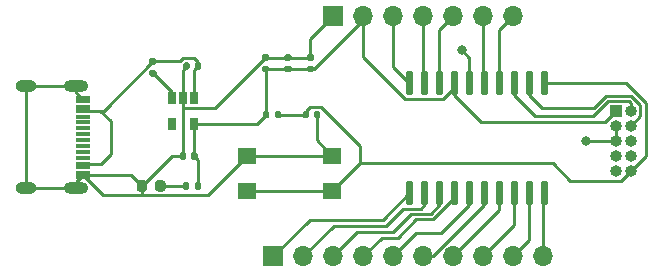
<source format=gtl>
%TF.GenerationSoftware,KiCad,Pcbnew,5.1.9+dfsg1-1*%
%TF.CreationDate,2022-01-14T18:56:49-05:00*%
%TF.ProjectId,samd10d13a,73616d64-3130-4643-9133-612e6b696361,rev?*%
%TF.SameCoordinates,Original*%
%TF.FileFunction,Copper,L1,Top*%
%TF.FilePolarity,Positive*%
%FSLAX46Y46*%
G04 Gerber Fmt 4.6, Leading zero omitted, Abs format (unit mm)*
G04 Created by KiCad (PCBNEW 5.1.9+dfsg1-1) date 2022-01-14 18:56:49*
%MOMM*%
%LPD*%
G01*
G04 APERTURE LIST*
%TA.AperFunction,SMDPad,CuDef*%
%ADD10R,1.150000X0.300000*%
%TD*%
%TA.AperFunction,ComponentPad*%
%ADD11O,1.800000X1.000000*%
%TD*%
%TA.AperFunction,ComponentPad*%
%ADD12O,2.100000X1.000000*%
%TD*%
%TA.AperFunction,ComponentPad*%
%ADD13O,1.000000X1.000000*%
%TD*%
%TA.AperFunction,ComponentPad*%
%ADD14R,1.000000X1.000000*%
%TD*%
%TA.AperFunction,ComponentPad*%
%ADD15O,1.700000X1.700000*%
%TD*%
%TA.AperFunction,ComponentPad*%
%ADD16R,1.700000X1.700000*%
%TD*%
%TA.AperFunction,SMDPad,CuDef*%
%ADD17R,0.650000X1.060000*%
%TD*%
%TA.AperFunction,SMDPad,CuDef*%
%ADD18R,1.600000X1.400000*%
%TD*%
%TA.AperFunction,ViaPad*%
%ADD19C,0.800000*%
%TD*%
%TA.AperFunction,Conductor*%
%ADD20C,0.250000*%
%TD*%
G04 APERTURE END LIST*
D10*
X80406500Y-61833500D03*
X80406500Y-61033500D03*
X80406500Y-55433500D03*
X80406500Y-56233500D03*
D11*
X75651500Y-62803500D03*
X75651500Y-54163500D03*
D12*
X79831500Y-54163500D03*
X79831500Y-62803500D03*
D10*
X80406500Y-60233500D03*
X80406500Y-59733500D03*
X80406500Y-59233500D03*
X80406500Y-58733500D03*
X80406500Y-58233500D03*
X80406500Y-57733500D03*
X80406500Y-57233500D03*
X80406500Y-56733500D03*
X80406500Y-61533500D03*
X80406500Y-60733500D03*
X80406500Y-55933500D03*
X80406500Y-55133500D03*
D13*
X126809500Y-61341000D03*
X125539500Y-61341000D03*
X126809500Y-60071000D03*
X125539500Y-60071000D03*
X126809500Y-58801000D03*
X125539500Y-58801000D03*
X126809500Y-57531000D03*
X125539500Y-57531000D03*
X126809500Y-56261000D03*
D14*
X125539500Y-56261000D03*
D15*
X116840000Y-48260000D03*
X114300000Y-48260000D03*
X111760000Y-48260000D03*
X109220000Y-48260000D03*
X106680000Y-48260000D03*
X104140000Y-48260000D03*
D16*
X101600000Y-48260000D03*
D15*
X119380000Y-68580000D03*
X116840000Y-68580000D03*
X114300000Y-68580000D03*
X111760000Y-68580000D03*
X109220000Y-68580000D03*
X106680000Y-68580000D03*
X104140000Y-68580000D03*
X101600000Y-68580000D03*
X99060000Y-68580000D03*
D16*
X96520000Y-68580000D03*
D17*
X89850000Y-57361000D03*
X87950000Y-57361000D03*
X87950000Y-55161000D03*
X88900000Y-55161000D03*
X89850000Y-55161000D03*
%TA.AperFunction,SMDPad,CuDef*%
G36*
G01*
X108227000Y-54922000D02*
X107927000Y-54922000D01*
G75*
G02*
X107777000Y-54772000I0J150000D01*
G01*
X107777000Y-53022000D01*
G75*
G02*
X107927000Y-52872000I150000J0D01*
G01*
X108227000Y-52872000D01*
G75*
G02*
X108377000Y-53022000I0J-150000D01*
G01*
X108377000Y-54772000D01*
G75*
G02*
X108227000Y-54922000I-150000J0D01*
G01*
G37*
%TD.AperFunction*%
%TA.AperFunction,SMDPad,CuDef*%
G36*
G01*
X109497000Y-54922000D02*
X109197000Y-54922000D01*
G75*
G02*
X109047000Y-54772000I0J150000D01*
G01*
X109047000Y-53022000D01*
G75*
G02*
X109197000Y-52872000I150000J0D01*
G01*
X109497000Y-52872000D01*
G75*
G02*
X109647000Y-53022000I0J-150000D01*
G01*
X109647000Y-54772000D01*
G75*
G02*
X109497000Y-54922000I-150000J0D01*
G01*
G37*
%TD.AperFunction*%
%TA.AperFunction,SMDPad,CuDef*%
G36*
G01*
X110767000Y-54922000D02*
X110467000Y-54922000D01*
G75*
G02*
X110317000Y-54772000I0J150000D01*
G01*
X110317000Y-53022000D01*
G75*
G02*
X110467000Y-52872000I150000J0D01*
G01*
X110767000Y-52872000D01*
G75*
G02*
X110917000Y-53022000I0J-150000D01*
G01*
X110917000Y-54772000D01*
G75*
G02*
X110767000Y-54922000I-150000J0D01*
G01*
G37*
%TD.AperFunction*%
%TA.AperFunction,SMDPad,CuDef*%
G36*
G01*
X112037000Y-54922000D02*
X111737000Y-54922000D01*
G75*
G02*
X111587000Y-54772000I0J150000D01*
G01*
X111587000Y-53022000D01*
G75*
G02*
X111737000Y-52872000I150000J0D01*
G01*
X112037000Y-52872000D01*
G75*
G02*
X112187000Y-53022000I0J-150000D01*
G01*
X112187000Y-54772000D01*
G75*
G02*
X112037000Y-54922000I-150000J0D01*
G01*
G37*
%TD.AperFunction*%
%TA.AperFunction,SMDPad,CuDef*%
G36*
G01*
X113307000Y-54922000D02*
X113007000Y-54922000D01*
G75*
G02*
X112857000Y-54772000I0J150000D01*
G01*
X112857000Y-53022000D01*
G75*
G02*
X113007000Y-52872000I150000J0D01*
G01*
X113307000Y-52872000D01*
G75*
G02*
X113457000Y-53022000I0J-150000D01*
G01*
X113457000Y-54772000D01*
G75*
G02*
X113307000Y-54922000I-150000J0D01*
G01*
G37*
%TD.AperFunction*%
%TA.AperFunction,SMDPad,CuDef*%
G36*
G01*
X114577000Y-54922000D02*
X114277000Y-54922000D01*
G75*
G02*
X114127000Y-54772000I0J150000D01*
G01*
X114127000Y-53022000D01*
G75*
G02*
X114277000Y-52872000I150000J0D01*
G01*
X114577000Y-52872000D01*
G75*
G02*
X114727000Y-53022000I0J-150000D01*
G01*
X114727000Y-54772000D01*
G75*
G02*
X114577000Y-54922000I-150000J0D01*
G01*
G37*
%TD.AperFunction*%
%TA.AperFunction,SMDPad,CuDef*%
G36*
G01*
X115847000Y-54922000D02*
X115547000Y-54922000D01*
G75*
G02*
X115397000Y-54772000I0J150000D01*
G01*
X115397000Y-53022000D01*
G75*
G02*
X115547000Y-52872000I150000J0D01*
G01*
X115847000Y-52872000D01*
G75*
G02*
X115997000Y-53022000I0J-150000D01*
G01*
X115997000Y-54772000D01*
G75*
G02*
X115847000Y-54922000I-150000J0D01*
G01*
G37*
%TD.AperFunction*%
%TA.AperFunction,SMDPad,CuDef*%
G36*
G01*
X117117000Y-54922000D02*
X116817000Y-54922000D01*
G75*
G02*
X116667000Y-54772000I0J150000D01*
G01*
X116667000Y-53022000D01*
G75*
G02*
X116817000Y-52872000I150000J0D01*
G01*
X117117000Y-52872000D01*
G75*
G02*
X117267000Y-53022000I0J-150000D01*
G01*
X117267000Y-54772000D01*
G75*
G02*
X117117000Y-54922000I-150000J0D01*
G01*
G37*
%TD.AperFunction*%
%TA.AperFunction,SMDPad,CuDef*%
G36*
G01*
X118387000Y-54922000D02*
X118087000Y-54922000D01*
G75*
G02*
X117937000Y-54772000I0J150000D01*
G01*
X117937000Y-53022000D01*
G75*
G02*
X118087000Y-52872000I150000J0D01*
G01*
X118387000Y-52872000D01*
G75*
G02*
X118537000Y-53022000I0J-150000D01*
G01*
X118537000Y-54772000D01*
G75*
G02*
X118387000Y-54922000I-150000J0D01*
G01*
G37*
%TD.AperFunction*%
%TA.AperFunction,SMDPad,CuDef*%
G36*
G01*
X119657000Y-54922000D02*
X119357000Y-54922000D01*
G75*
G02*
X119207000Y-54772000I0J150000D01*
G01*
X119207000Y-53022000D01*
G75*
G02*
X119357000Y-52872000I150000J0D01*
G01*
X119657000Y-52872000D01*
G75*
G02*
X119807000Y-53022000I0J-150000D01*
G01*
X119807000Y-54772000D01*
G75*
G02*
X119657000Y-54922000I-150000J0D01*
G01*
G37*
%TD.AperFunction*%
%TA.AperFunction,SMDPad,CuDef*%
G36*
G01*
X119657000Y-64222000D02*
X119357000Y-64222000D01*
G75*
G02*
X119207000Y-64072000I0J150000D01*
G01*
X119207000Y-62322000D01*
G75*
G02*
X119357000Y-62172000I150000J0D01*
G01*
X119657000Y-62172000D01*
G75*
G02*
X119807000Y-62322000I0J-150000D01*
G01*
X119807000Y-64072000D01*
G75*
G02*
X119657000Y-64222000I-150000J0D01*
G01*
G37*
%TD.AperFunction*%
%TA.AperFunction,SMDPad,CuDef*%
G36*
G01*
X118387000Y-64222000D02*
X118087000Y-64222000D01*
G75*
G02*
X117937000Y-64072000I0J150000D01*
G01*
X117937000Y-62322000D01*
G75*
G02*
X118087000Y-62172000I150000J0D01*
G01*
X118387000Y-62172000D01*
G75*
G02*
X118537000Y-62322000I0J-150000D01*
G01*
X118537000Y-64072000D01*
G75*
G02*
X118387000Y-64222000I-150000J0D01*
G01*
G37*
%TD.AperFunction*%
%TA.AperFunction,SMDPad,CuDef*%
G36*
G01*
X117117000Y-64222000D02*
X116817000Y-64222000D01*
G75*
G02*
X116667000Y-64072000I0J150000D01*
G01*
X116667000Y-62322000D01*
G75*
G02*
X116817000Y-62172000I150000J0D01*
G01*
X117117000Y-62172000D01*
G75*
G02*
X117267000Y-62322000I0J-150000D01*
G01*
X117267000Y-64072000D01*
G75*
G02*
X117117000Y-64222000I-150000J0D01*
G01*
G37*
%TD.AperFunction*%
%TA.AperFunction,SMDPad,CuDef*%
G36*
G01*
X115847000Y-64222000D02*
X115547000Y-64222000D01*
G75*
G02*
X115397000Y-64072000I0J150000D01*
G01*
X115397000Y-62322000D01*
G75*
G02*
X115547000Y-62172000I150000J0D01*
G01*
X115847000Y-62172000D01*
G75*
G02*
X115997000Y-62322000I0J-150000D01*
G01*
X115997000Y-64072000D01*
G75*
G02*
X115847000Y-64222000I-150000J0D01*
G01*
G37*
%TD.AperFunction*%
%TA.AperFunction,SMDPad,CuDef*%
G36*
G01*
X114577000Y-64222000D02*
X114277000Y-64222000D01*
G75*
G02*
X114127000Y-64072000I0J150000D01*
G01*
X114127000Y-62322000D01*
G75*
G02*
X114277000Y-62172000I150000J0D01*
G01*
X114577000Y-62172000D01*
G75*
G02*
X114727000Y-62322000I0J-150000D01*
G01*
X114727000Y-64072000D01*
G75*
G02*
X114577000Y-64222000I-150000J0D01*
G01*
G37*
%TD.AperFunction*%
%TA.AperFunction,SMDPad,CuDef*%
G36*
G01*
X113307000Y-64222000D02*
X113007000Y-64222000D01*
G75*
G02*
X112857000Y-64072000I0J150000D01*
G01*
X112857000Y-62322000D01*
G75*
G02*
X113007000Y-62172000I150000J0D01*
G01*
X113307000Y-62172000D01*
G75*
G02*
X113457000Y-62322000I0J-150000D01*
G01*
X113457000Y-64072000D01*
G75*
G02*
X113307000Y-64222000I-150000J0D01*
G01*
G37*
%TD.AperFunction*%
%TA.AperFunction,SMDPad,CuDef*%
G36*
G01*
X112037000Y-64222000D02*
X111737000Y-64222000D01*
G75*
G02*
X111587000Y-64072000I0J150000D01*
G01*
X111587000Y-62322000D01*
G75*
G02*
X111737000Y-62172000I150000J0D01*
G01*
X112037000Y-62172000D01*
G75*
G02*
X112187000Y-62322000I0J-150000D01*
G01*
X112187000Y-64072000D01*
G75*
G02*
X112037000Y-64222000I-150000J0D01*
G01*
G37*
%TD.AperFunction*%
%TA.AperFunction,SMDPad,CuDef*%
G36*
G01*
X110767000Y-64222000D02*
X110467000Y-64222000D01*
G75*
G02*
X110317000Y-64072000I0J150000D01*
G01*
X110317000Y-62322000D01*
G75*
G02*
X110467000Y-62172000I150000J0D01*
G01*
X110767000Y-62172000D01*
G75*
G02*
X110917000Y-62322000I0J-150000D01*
G01*
X110917000Y-64072000D01*
G75*
G02*
X110767000Y-64222000I-150000J0D01*
G01*
G37*
%TD.AperFunction*%
%TA.AperFunction,SMDPad,CuDef*%
G36*
G01*
X109497000Y-64222000D02*
X109197000Y-64222000D01*
G75*
G02*
X109047000Y-64072000I0J150000D01*
G01*
X109047000Y-62322000D01*
G75*
G02*
X109197000Y-62172000I150000J0D01*
G01*
X109497000Y-62172000D01*
G75*
G02*
X109647000Y-62322000I0J-150000D01*
G01*
X109647000Y-64072000D01*
G75*
G02*
X109497000Y-64222000I-150000J0D01*
G01*
G37*
%TD.AperFunction*%
%TA.AperFunction,SMDPad,CuDef*%
G36*
G01*
X108227000Y-64222000D02*
X107927000Y-64222000D01*
G75*
G02*
X107777000Y-64072000I0J150000D01*
G01*
X107777000Y-62322000D01*
G75*
G02*
X107927000Y-62172000I150000J0D01*
G01*
X108227000Y-62172000D01*
G75*
G02*
X108377000Y-62322000I0J-150000D01*
G01*
X108377000Y-64072000D01*
G75*
G02*
X108227000Y-64222000I-150000J0D01*
G01*
G37*
%TD.AperFunction*%
D18*
X94357000Y-60045500D03*
X101557000Y-60045500D03*
X94357000Y-63045500D03*
X101557000Y-63045500D03*
%TA.AperFunction,SMDPad,CuDef*%
G36*
G01*
X96694500Y-56763500D02*
X96694500Y-56393500D01*
G75*
G02*
X96829500Y-56258500I135000J0D01*
G01*
X97099500Y-56258500D01*
G75*
G02*
X97234500Y-56393500I0J-135000D01*
G01*
X97234500Y-56763500D01*
G75*
G02*
X97099500Y-56898500I-135000J0D01*
G01*
X96829500Y-56898500D01*
G75*
G02*
X96694500Y-56763500I0J135000D01*
G01*
G37*
%TD.AperFunction*%
%TA.AperFunction,SMDPad,CuDef*%
G36*
G01*
X95674500Y-56763500D02*
X95674500Y-56393500D01*
G75*
G02*
X95809500Y-56258500I135000J0D01*
G01*
X96079500Y-56258500D01*
G75*
G02*
X96214500Y-56393500I0J-135000D01*
G01*
X96214500Y-56763500D01*
G75*
G02*
X96079500Y-56898500I-135000J0D01*
G01*
X95809500Y-56898500D01*
G75*
G02*
X95674500Y-56763500I0J135000D01*
G01*
G37*
%TD.AperFunction*%
%TA.AperFunction,SMDPad,CuDef*%
G36*
G01*
X86545000Y-52336000D02*
X86175000Y-52336000D01*
G75*
G02*
X86040000Y-52201000I0J135000D01*
G01*
X86040000Y-51931000D01*
G75*
G02*
X86175000Y-51796000I135000J0D01*
G01*
X86545000Y-51796000D01*
G75*
G02*
X86680000Y-51931000I0J-135000D01*
G01*
X86680000Y-52201000D01*
G75*
G02*
X86545000Y-52336000I-135000J0D01*
G01*
G37*
%TD.AperFunction*%
%TA.AperFunction,SMDPad,CuDef*%
G36*
G01*
X86545000Y-53356000D02*
X86175000Y-53356000D01*
G75*
G02*
X86040000Y-53221000I0J135000D01*
G01*
X86040000Y-52951000D01*
G75*
G02*
X86175000Y-52816000I135000J0D01*
G01*
X86545000Y-52816000D01*
G75*
G02*
X86680000Y-52951000I0J-135000D01*
G01*
X86680000Y-53221000D01*
G75*
G02*
X86545000Y-53356000I-135000J0D01*
G01*
G37*
%TD.AperFunction*%
%TA.AperFunction,SMDPad,CuDef*%
G36*
G01*
X89420000Y-62426000D02*
X89420000Y-62796000D01*
G75*
G02*
X89285000Y-62931000I-135000J0D01*
G01*
X89015000Y-62931000D01*
G75*
G02*
X88880000Y-62796000I0J135000D01*
G01*
X88880000Y-62426000D01*
G75*
G02*
X89015000Y-62291000I135000J0D01*
G01*
X89285000Y-62291000D01*
G75*
G02*
X89420000Y-62426000I0J-135000D01*
G01*
G37*
%TD.AperFunction*%
%TA.AperFunction,SMDPad,CuDef*%
G36*
G01*
X90440000Y-62426000D02*
X90440000Y-62796000D01*
G75*
G02*
X90305000Y-62931000I-135000J0D01*
G01*
X90035000Y-62931000D01*
G75*
G02*
X89900000Y-62796000I0J135000D01*
G01*
X89900000Y-62426000D01*
G75*
G02*
X90035000Y-62291000I135000J0D01*
G01*
X90305000Y-62291000D01*
G75*
G02*
X90440000Y-62426000I0J-135000D01*
G01*
G37*
%TD.AperFunction*%
%TA.AperFunction,SMDPad,CuDef*%
G36*
G01*
X86557500Y-62867250D02*
X86557500Y-62354750D01*
G75*
G02*
X86776250Y-62136000I218750J0D01*
G01*
X87213750Y-62136000D01*
G75*
G02*
X87432500Y-62354750I0J-218750D01*
G01*
X87432500Y-62867250D01*
G75*
G02*
X87213750Y-63086000I-218750J0D01*
G01*
X86776250Y-63086000D01*
G75*
G02*
X86557500Y-62867250I0J218750D01*
G01*
G37*
%TD.AperFunction*%
%TA.AperFunction,SMDPad,CuDef*%
G36*
G01*
X84982500Y-62867250D02*
X84982500Y-62354750D01*
G75*
G02*
X85201250Y-62136000I218750J0D01*
G01*
X85638750Y-62136000D01*
G75*
G02*
X85857500Y-62354750I0J-218750D01*
G01*
X85857500Y-62867250D01*
G75*
G02*
X85638750Y-63086000I-218750J0D01*
G01*
X85201250Y-63086000D01*
G75*
G02*
X84982500Y-62867250I0J218750D01*
G01*
G37*
%TD.AperFunction*%
%TA.AperFunction,SMDPad,CuDef*%
G36*
G01*
X99865000Y-52025000D02*
X99525000Y-52025000D01*
G75*
G02*
X99385000Y-51885000I0J140000D01*
G01*
X99385000Y-51605000D01*
G75*
G02*
X99525000Y-51465000I140000J0D01*
G01*
X99865000Y-51465000D01*
G75*
G02*
X100005000Y-51605000I0J-140000D01*
G01*
X100005000Y-51885000D01*
G75*
G02*
X99865000Y-52025000I-140000J0D01*
G01*
G37*
%TD.AperFunction*%
%TA.AperFunction,SMDPad,CuDef*%
G36*
G01*
X99865000Y-52985000D02*
X99525000Y-52985000D01*
G75*
G02*
X99385000Y-52845000I0J140000D01*
G01*
X99385000Y-52565000D01*
G75*
G02*
X99525000Y-52425000I140000J0D01*
G01*
X99865000Y-52425000D01*
G75*
G02*
X100005000Y-52565000I0J-140000D01*
G01*
X100005000Y-52845000D01*
G75*
G02*
X99865000Y-52985000I-140000J0D01*
G01*
G37*
%TD.AperFunction*%
%TA.AperFunction,SMDPad,CuDef*%
G36*
G01*
X97960000Y-52025000D02*
X97620000Y-52025000D01*
G75*
G02*
X97480000Y-51885000I0J140000D01*
G01*
X97480000Y-51605000D01*
G75*
G02*
X97620000Y-51465000I140000J0D01*
G01*
X97960000Y-51465000D01*
G75*
G02*
X98100000Y-51605000I0J-140000D01*
G01*
X98100000Y-51885000D01*
G75*
G02*
X97960000Y-52025000I-140000J0D01*
G01*
G37*
%TD.AperFunction*%
%TA.AperFunction,SMDPad,CuDef*%
G36*
G01*
X97960000Y-52985000D02*
X97620000Y-52985000D01*
G75*
G02*
X97480000Y-52845000I0J140000D01*
G01*
X97480000Y-52565000D01*
G75*
G02*
X97620000Y-52425000I140000J0D01*
G01*
X97960000Y-52425000D01*
G75*
G02*
X98100000Y-52565000I0J-140000D01*
G01*
X98100000Y-52845000D01*
G75*
G02*
X97960000Y-52985000I-140000J0D01*
G01*
G37*
%TD.AperFunction*%
%TA.AperFunction,SMDPad,CuDef*%
G36*
G01*
X96055000Y-52025000D02*
X95715000Y-52025000D01*
G75*
G02*
X95575000Y-51885000I0J140000D01*
G01*
X95575000Y-51605000D01*
G75*
G02*
X95715000Y-51465000I140000J0D01*
G01*
X96055000Y-51465000D01*
G75*
G02*
X96195000Y-51605000I0J-140000D01*
G01*
X96195000Y-51885000D01*
G75*
G02*
X96055000Y-52025000I-140000J0D01*
G01*
G37*
%TD.AperFunction*%
%TA.AperFunction,SMDPad,CuDef*%
G36*
G01*
X96055000Y-52985000D02*
X95715000Y-52985000D01*
G75*
G02*
X95575000Y-52845000I0J140000D01*
G01*
X95575000Y-52565000D01*
G75*
G02*
X95715000Y-52425000I140000J0D01*
G01*
X96055000Y-52425000D01*
G75*
G02*
X96195000Y-52565000I0J-140000D01*
G01*
X96195000Y-52845000D01*
G75*
G02*
X96055000Y-52985000I-140000J0D01*
G01*
G37*
%TD.AperFunction*%
%TA.AperFunction,SMDPad,CuDef*%
G36*
G01*
X99986500Y-56748500D02*
X99986500Y-56408500D01*
G75*
G02*
X100126500Y-56268500I140000J0D01*
G01*
X100406500Y-56268500D01*
G75*
G02*
X100546500Y-56408500I0J-140000D01*
G01*
X100546500Y-56748500D01*
G75*
G02*
X100406500Y-56888500I-140000J0D01*
G01*
X100126500Y-56888500D01*
G75*
G02*
X99986500Y-56748500I0J140000D01*
G01*
G37*
%TD.AperFunction*%
%TA.AperFunction,SMDPad,CuDef*%
G36*
G01*
X99026500Y-56748500D02*
X99026500Y-56408500D01*
G75*
G02*
X99166500Y-56268500I140000J0D01*
G01*
X99446500Y-56268500D01*
G75*
G02*
X99586500Y-56408500I0J-140000D01*
G01*
X99586500Y-56748500D01*
G75*
G02*
X99446500Y-56888500I-140000J0D01*
G01*
X99166500Y-56888500D01*
G75*
G02*
X99026500Y-56748500I0J140000D01*
G01*
G37*
%TD.AperFunction*%
%TA.AperFunction,SMDPad,CuDef*%
G36*
G01*
X89180000Y-59901000D02*
X89180000Y-60241000D01*
G75*
G02*
X89040000Y-60381000I-140000J0D01*
G01*
X88760000Y-60381000D01*
G75*
G02*
X88620000Y-60241000I0J140000D01*
G01*
X88620000Y-59901000D01*
G75*
G02*
X88760000Y-59761000I140000J0D01*
G01*
X89040000Y-59761000D01*
G75*
G02*
X89180000Y-59901000I0J-140000D01*
G01*
G37*
%TD.AperFunction*%
%TA.AperFunction,SMDPad,CuDef*%
G36*
G01*
X90140000Y-59901000D02*
X90140000Y-60241000D01*
G75*
G02*
X90000000Y-60381000I-140000J0D01*
G01*
X89720000Y-60381000D01*
G75*
G02*
X89580000Y-60241000I0J140000D01*
G01*
X89580000Y-59901000D01*
G75*
G02*
X89720000Y-59761000I140000J0D01*
G01*
X90000000Y-59761000D01*
G75*
G02*
X90140000Y-59901000I0J-140000D01*
G01*
G37*
%TD.AperFunction*%
%TA.AperFunction,SMDPad,CuDef*%
G36*
G01*
X89490000Y-52281000D02*
X89490000Y-52621000D01*
G75*
G02*
X89350000Y-52761000I-140000J0D01*
G01*
X89070000Y-52761000D01*
G75*
G02*
X88930000Y-52621000I0J140000D01*
G01*
X88930000Y-52281000D01*
G75*
G02*
X89070000Y-52141000I140000J0D01*
G01*
X89350000Y-52141000D01*
G75*
G02*
X89490000Y-52281000I0J-140000D01*
G01*
G37*
%TD.AperFunction*%
%TA.AperFunction,SMDPad,CuDef*%
G36*
G01*
X90450000Y-52281000D02*
X90450000Y-52621000D01*
G75*
G02*
X90310000Y-52761000I-140000J0D01*
G01*
X90030000Y-52761000D01*
G75*
G02*
X89890000Y-52621000I0J140000D01*
G01*
X89890000Y-52281000D01*
G75*
G02*
X90030000Y-52141000I140000J0D01*
G01*
X90310000Y-52141000D01*
G75*
G02*
X90450000Y-52281000I0J-140000D01*
G01*
G37*
%TD.AperFunction*%
D19*
X123063000Y-58801000D03*
X112522000Y-51117500D03*
D20*
X75651500Y-54163500D02*
X79831500Y-54163500D01*
X79831500Y-54708500D02*
X80406500Y-55283500D01*
X79831500Y-54163500D02*
X79831500Y-54708500D01*
X75651500Y-62803500D02*
X79831500Y-62803500D01*
X79831500Y-62258500D02*
X80406500Y-61683500D01*
X79831500Y-62803500D02*
X79831500Y-62258500D01*
X87960000Y-60071000D02*
X88900000Y-60071000D01*
X85420000Y-62611000D02*
X87960000Y-60071000D01*
X88900000Y-60071000D02*
X88900000Y-55161000D01*
X88900000Y-52761000D02*
X89210000Y-52451000D01*
X88900000Y-55161000D02*
X88900000Y-52761000D01*
X75651500Y-62803500D02*
X75651500Y-54163500D01*
X88975001Y-56016001D02*
X91606373Y-56016001D01*
X88900000Y-55941000D02*
X88975001Y-56016001D01*
X88900000Y-55161000D02*
X88900000Y-55941000D01*
X95885000Y-51745000D02*
X97790000Y-51745000D01*
X97790000Y-51745000D02*
X99695000Y-51745000D01*
X99695000Y-50165000D02*
X101600000Y-48260000D01*
X99695000Y-51745000D02*
X99695000Y-50165000D01*
X100266500Y-56578500D02*
X100266500Y-58755000D01*
X100266500Y-58755000D02*
X101557000Y-60045500D01*
X125539500Y-57531000D02*
X125539500Y-58801000D01*
X125539500Y-58801000D02*
X123063000Y-58801000D01*
X113157000Y-51752500D02*
X112522000Y-51117500D01*
X113157000Y-53897000D02*
X113157000Y-51752500D01*
X101557000Y-60045500D02*
X94357000Y-60045500D01*
X90991490Y-63411010D02*
X94357000Y-60045500D01*
X80406500Y-61683500D02*
X82134010Y-63411010D01*
X85420000Y-63398020D02*
X85432990Y-63411010D01*
X85420000Y-62611000D02*
X85420000Y-63398020D01*
X85432990Y-63411010D02*
X90991490Y-63411010D01*
X82134010Y-63411010D02*
X85432990Y-63411010D01*
X84492500Y-61683500D02*
X85420000Y-62611000D01*
X80406500Y-61683500D02*
X84492500Y-61683500D01*
X95877374Y-51745000D02*
X95885000Y-51745000D01*
X91606373Y-56016001D02*
X95877374Y-51745000D01*
X86360000Y-52105000D02*
X86360000Y-52066000D01*
X90170000Y-52141000D02*
X90170000Y-52451000D01*
X89844990Y-51815990D02*
X90170000Y-52141000D01*
X88877384Y-51815990D02*
X89844990Y-51815990D01*
X88627374Y-52066000D02*
X88877384Y-51815990D01*
X86360000Y-52066000D02*
X88627374Y-52066000D01*
X89850000Y-52771000D02*
X90170000Y-52451000D01*
X89850000Y-55161000D02*
X89850000Y-52771000D01*
X80406500Y-61033500D02*
X80406500Y-60733500D01*
X80406500Y-56233500D02*
X80406500Y-55933500D01*
X80406500Y-60733500D02*
X81951000Y-60733500D01*
X81951000Y-60733500D02*
X82804000Y-59880500D01*
X82804000Y-59880500D02*
X82804000Y-57150000D01*
X81887500Y-56233500D02*
X80406500Y-56233500D01*
X82804000Y-57150000D02*
X81887500Y-56233500D01*
X82192500Y-56233500D02*
X86360000Y-52066000D01*
X81887500Y-56233500D02*
X82192500Y-56233500D01*
X90170000Y-60381000D02*
X89860000Y-60071000D01*
X90170000Y-62611000D02*
X90170000Y-60381000D01*
X89860000Y-57371000D02*
X89850000Y-57361000D01*
X89860000Y-60071000D02*
X89860000Y-57371000D01*
X95885000Y-52705000D02*
X97790000Y-52705000D01*
X97790000Y-52705000D02*
X99695000Y-52705000D01*
X111887000Y-54323768D02*
X111887000Y-53897000D01*
X110963758Y-55247010D02*
X111887000Y-54323768D01*
X107730242Y-55247010D02*
X110963758Y-55247010D01*
X104140000Y-51656768D02*
X107730242Y-55247010D01*
X104140000Y-48260000D02*
X104140000Y-51656768D01*
X95944500Y-52764500D02*
X95885000Y-52705000D01*
X95944500Y-56578500D02*
X95944500Y-52764500D01*
X89850000Y-57361000D02*
X95162000Y-57361000D01*
X95162000Y-57361000D02*
X95944500Y-56578500D01*
X104140000Y-48570000D02*
X104140000Y-48260000D01*
X100005000Y-52705000D02*
X104140000Y-48570000D01*
X99695000Y-52705000D02*
X100005000Y-52705000D01*
X124644990Y-57155510D02*
X125539500Y-56261000D01*
X114120510Y-57155510D02*
X124644990Y-57155510D01*
X111887000Y-54922000D02*
X114120510Y-57155510D01*
X111887000Y-53897000D02*
X111887000Y-54922000D01*
X96964500Y-56578500D02*
X99306500Y-56578500D01*
X94357000Y-63045500D02*
X101557000Y-63045500D01*
X126425426Y-53897000D02*
X119507000Y-53897000D01*
X128084510Y-55556084D02*
X126425426Y-53897000D01*
X128084511Y-60065989D02*
X128084510Y-55556084D01*
X126809500Y-61341000D02*
X128084511Y-60065989D01*
X125984499Y-62166001D02*
X121665501Y-62166001D01*
X126809500Y-61341000D02*
X125984499Y-62166001D01*
X121665501Y-62166001D02*
X120205500Y-60706000D01*
X103896500Y-60706000D02*
X101557000Y-63045500D01*
X120205500Y-60706000D02*
X103896500Y-60706000D01*
X99306500Y-56268500D02*
X99306500Y-56578500D01*
X99631510Y-55943490D02*
X99306500Y-56268500D01*
X100599116Y-55943490D02*
X99631510Y-55943490D01*
X103896500Y-59240874D02*
X100599116Y-55943490D01*
X103896500Y-60706000D02*
X103896500Y-59240874D01*
X86995000Y-62611000D02*
X89150000Y-62611000D01*
X106680000Y-68580000D02*
X108648500Y-66611500D01*
X113157000Y-64222000D02*
X113157000Y-63197000D01*
X110767500Y-66611500D02*
X113157000Y-64222000D01*
X108648500Y-66611500D02*
X110767500Y-66611500D01*
X111887000Y-63628410D02*
X111887000Y-63197000D01*
X108669970Y-65447030D02*
X110068381Y-65447029D01*
X107118990Y-66998010D02*
X108669970Y-65447030D01*
X105721990Y-66998010D02*
X107118990Y-66998010D01*
X110068381Y-65447029D02*
X111887000Y-63628410D01*
X104140000Y-68580000D02*
X105721990Y-66998010D01*
X101600000Y-68580000D02*
X103632000Y-66548000D01*
X103632000Y-66548000D02*
X106680000Y-66548000D01*
X108230980Y-64997020D02*
X109881980Y-64997020D01*
X106680000Y-66548000D02*
X108230980Y-64997020D01*
X110617000Y-64262000D02*
X110617000Y-63197000D01*
X109881980Y-64997020D02*
X110617000Y-64262000D01*
X99060000Y-68580000D02*
X101663500Y-65976500D01*
X109021990Y-64547010D02*
X109347000Y-64222000D01*
X107536580Y-64547010D02*
X109021990Y-64547010D01*
X106107090Y-65976500D02*
X107536580Y-64547010D01*
X109347000Y-64222000D02*
X109347000Y-63197000D01*
X101663500Y-65976500D02*
X106107090Y-65976500D01*
X105811010Y-65462990D02*
X108077000Y-63197000D01*
X99637010Y-65462990D02*
X105811010Y-65462990D01*
X96520000Y-68580000D02*
X99637010Y-65462990D01*
X106680000Y-52500000D02*
X108077000Y-53897000D01*
X106680000Y-48260000D02*
X106680000Y-52500000D01*
X109220000Y-53770000D02*
X109347000Y-53897000D01*
X109220000Y-48260000D02*
X109220000Y-53770000D01*
X110617000Y-49403000D02*
X110617000Y-53897000D01*
X111760000Y-48260000D02*
X110617000Y-49403000D01*
X114300000Y-53770000D02*
X114427000Y-53897000D01*
X114300000Y-48260000D02*
X114300000Y-53770000D01*
X115697000Y-49403000D02*
X116840000Y-48260000D01*
X115697000Y-53897000D02*
X115697000Y-49403000D01*
X119380000Y-63324000D02*
X119507000Y-63197000D01*
X119380000Y-68580000D02*
X119380000Y-63324000D01*
X118237000Y-67183000D02*
X118237000Y-63197000D01*
X116840000Y-68580000D02*
X118237000Y-67183000D01*
X116967000Y-65913000D02*
X116967000Y-63197000D01*
X114300000Y-68580000D02*
X116967000Y-65913000D01*
X115697000Y-64643000D02*
X115697000Y-63197000D01*
X111760000Y-68580000D02*
X115697000Y-64643000D01*
X110069000Y-68580000D02*
X114427000Y-64222000D01*
X114427000Y-64222000D02*
X114427000Y-63197000D01*
X109220000Y-68580000D02*
X110069000Y-68580000D01*
X123696590Y-56007000D02*
X119322000Y-56007000D01*
X124717600Y-54985990D02*
X123696590Y-56007000D01*
X126878006Y-54985990D02*
X124717600Y-54985990D01*
X118237000Y-54922000D02*
X118237000Y-53897000D01*
X127634501Y-55742485D02*
X126878006Y-54985990D01*
X119322000Y-56007000D02*
X118237000Y-54922000D01*
X127634501Y-56705999D02*
X127634501Y-55742485D01*
X126809500Y-57531000D02*
X127634501Y-56705999D01*
X126691605Y-55435999D02*
X124904001Y-55435999D01*
X126809500Y-55553894D02*
X126691605Y-55435999D01*
X126809500Y-56261000D02*
X126809500Y-55553894D01*
X124904001Y-55435999D02*
X123634500Y-56705500D01*
X116967000Y-54922000D02*
X116967000Y-53897000D01*
X118750500Y-56705500D02*
X116967000Y-54922000D01*
X123634500Y-56705500D02*
X118750500Y-56705500D01*
X87950000Y-54676000D02*
X86360000Y-53086000D01*
X87950000Y-55161000D02*
X87950000Y-54676000D01*
M02*

</source>
